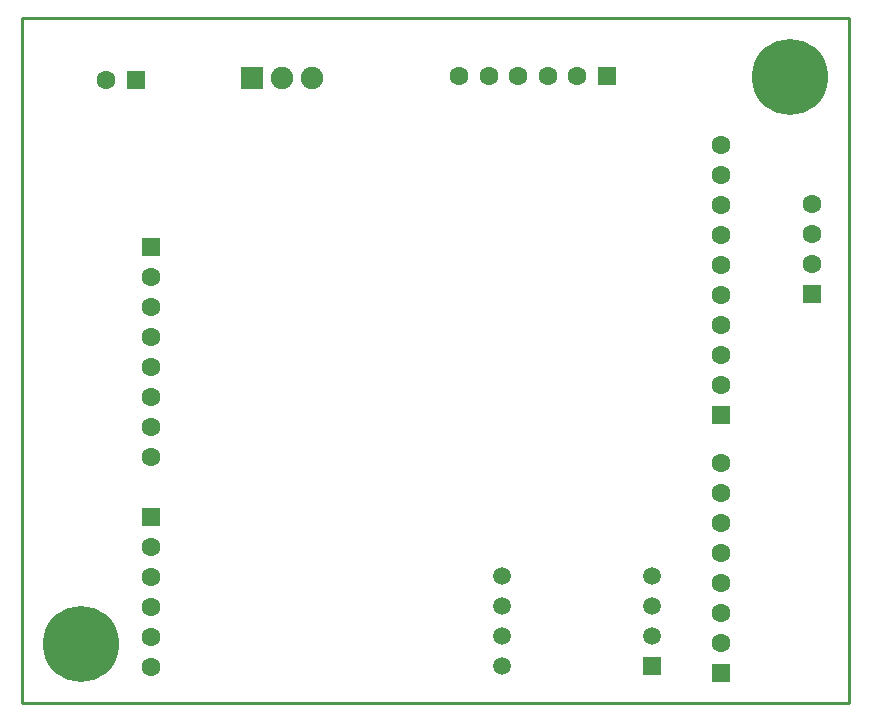
<source format=gbs>
G04*
G04 #@! TF.GenerationSoftware,Altium Limited,Altium Designer,20.1.14 (287)*
G04*
G04 Layer_Color=16711935*
%FSLAX25Y25*%
%MOIN*%
G70*
G04*
G04 #@! TF.SameCoordinates,F17826E9-34F6-497C-9B9F-35048D5DD880*
G04*
G04*
G04 #@! TF.FilePolarity,Negative*
G04*
G01*
G75*
%ADD12C,0.01000*%
%ADD37C,0.06299*%
%ADD38R,0.06299X0.06299*%
%ADD39R,0.00394X0.00394*%
%ADD40C,0.07480*%
%ADD41R,0.07480X0.07480*%
%ADD42C,0.25394*%
%ADD43R,0.05906X0.05906*%
%ADD44C,0.05906*%
D12*
X0Y0D02*
X275591D01*
X0D02*
Y228346D01*
X275590D01*
X275591Y0D01*
D37*
X145669Y209015D02*
D03*
X155512D02*
D03*
X185039D02*
D03*
X175197D02*
D03*
X165354D02*
D03*
X27953Y207874D02*
D03*
X263386Y166457D02*
D03*
Y156457D02*
D03*
Y146457D02*
D03*
X232795Y115984D02*
D03*
Y185984D02*
D03*
Y175984D02*
D03*
Y165984D02*
D03*
Y155984D02*
D03*
Y145984D02*
D03*
Y135984D02*
D03*
Y125984D02*
D03*
Y105984D02*
D03*
Y20000D02*
D03*
Y30000D02*
D03*
Y40000D02*
D03*
Y50000D02*
D03*
Y60000D02*
D03*
Y70000D02*
D03*
Y80000D02*
D03*
X42795Y141969D02*
D03*
Y131968D02*
D03*
Y121968D02*
D03*
Y111969D02*
D03*
Y101969D02*
D03*
Y91969D02*
D03*
Y81968D02*
D03*
Y51968D02*
D03*
Y41969D02*
D03*
Y31969D02*
D03*
Y21969D02*
D03*
Y11969D02*
D03*
D38*
X194882Y209015D02*
D03*
X37795Y207874D02*
D03*
X263386Y136457D02*
D03*
X232795Y95984D02*
D03*
Y10000D02*
D03*
X42795Y151969D02*
D03*
Y61968D02*
D03*
D39*
X201181Y216889D02*
D03*
X44094Y215748D02*
D03*
D40*
X96614Y208268D02*
D03*
X86614D02*
D03*
D41*
X76614D02*
D03*
D42*
X19685Y19685D02*
D03*
X255906Y208661D02*
D03*
D43*
X210039Y12559D02*
D03*
D44*
X160039Y42559D02*
D03*
X210039D02*
D03*
X160039Y12559D02*
D03*
X210039Y22559D02*
D03*
X160039Y32559D02*
D03*
X210039D02*
D03*
X160039Y22559D02*
D03*
M02*

</source>
